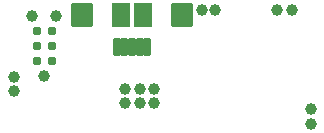
<source format=gbr>
%TF.GenerationSoftware,KiCad,Pcbnew,7.0.7*%
%TF.CreationDate,2024-01-17T15:08:19-08:00*%
%TF.ProjectId,beeper-design,62656570-6572-42d6-9465-7369676e2e6b,rev?*%
%TF.SameCoordinates,Original*%
%TF.FileFunction,Soldermask,Bot*%
%TF.FilePolarity,Negative*%
%FSLAX46Y46*%
G04 Gerber Fmt 4.6, Leading zero omitted, Abs format (unit mm)*
G04 Created by KiCad (PCBNEW 7.0.7) date 2024-01-17 15:08:19*
%MOMM*%
%LPD*%
G01*
G04 APERTURE LIST*
G04 Aperture macros list*
%AMRoundRect*
0 Rectangle with rounded corners*
0 $1 Rounding radius*
0 $2 $3 $4 $5 $6 $7 $8 $9 X,Y pos of 4 corners*
0 Add a 4 corners polygon primitive as box body*
4,1,4,$2,$3,$4,$5,$6,$7,$8,$9,$2,$3,0*
0 Add four circle primitives for the rounded corners*
1,1,$1+$1,$2,$3*
1,1,$1+$1,$4,$5*
1,1,$1+$1,$6,$7*
1,1,$1+$1,$8,$9*
0 Add four rect primitives between the rounded corners*
20,1,$1+$1,$2,$3,$4,$5,0*
20,1,$1+$1,$4,$5,$6,$7,0*
20,1,$1+$1,$6,$7,$8,$9,0*
20,1,$1+$1,$8,$9,$2,$3,0*%
G04 Aperture macros list end*
%ADD10C,1.000000*%
%ADD11C,0.787000*%
%ADD12C,0.991000*%
%ADD13RoundRect,0.102000X0.200000X0.675000X-0.200000X0.675000X-0.200000X-0.675000X0.200000X-0.675000X0*%
%ADD14RoundRect,0.102000X0.700000X0.950000X-0.700000X0.950000X-0.700000X-0.950000X0.700000X-0.950000X0*%
%ADD15RoundRect,0.102000X0.800000X0.950000X-0.800000X0.950000X-0.800000X-0.950000X0.800000X-0.950000X0*%
G04 APERTURE END LIST*
D10*
%TO.C,TP4*%
X152251110Y-107880430D03*
%TD*%
%TO.C,TP3*%
X152235589Y-109145315D03*
%TD*%
%TO.C,TP13*%
X150681159Y-99493094D03*
%TD*%
%TO.C,TP14*%
X149380120Y-99477470D03*
%TD*%
D11*
%TO.C,J1*%
X130301393Y-103815525D03*
X130301393Y-102545525D03*
X130301393Y-101275525D03*
X129031393Y-103815525D03*
X129031393Y-102545525D03*
X129031393Y-101275525D03*
D12*
X129666393Y-105085525D03*
X130682393Y-100005525D03*
X128650393Y-100005525D03*
%TD*%
D13*
%TO.C,J6*%
X138401369Y-102638144D03*
X137751369Y-102638144D03*
X137101369Y-102638144D03*
X136451369Y-102638144D03*
X135801369Y-102638144D03*
D14*
X136151369Y-99963144D03*
X138051369Y-99963144D03*
D15*
X132901369Y-99963144D03*
X141301369Y-99963144D03*
%TD*%
D10*
%TO.C,TP11*%
X143021457Y-99511848D03*
%TD*%
%TO.C,TP9*%
X136540550Y-107385438D03*
%TD*%
%TO.C,TP10*%
X138946950Y-106182238D03*
%TD*%
%TO.C,TP1*%
X127087222Y-106339377D03*
%TD*%
%TO.C,TP6*%
X137743750Y-106182238D03*
%TD*%
%TO.C,TP2*%
X127071659Y-105165988D03*
%TD*%
%TO.C,TP5*%
X136540550Y-106182238D03*
%TD*%
%TO.C,TP12*%
X144158639Y-99506956D03*
%TD*%
%TO.C,TP8*%
X138946950Y-107385438D03*
%TD*%
%TO.C,TP7*%
X137743750Y-107385438D03*
%TD*%
M02*

</source>
